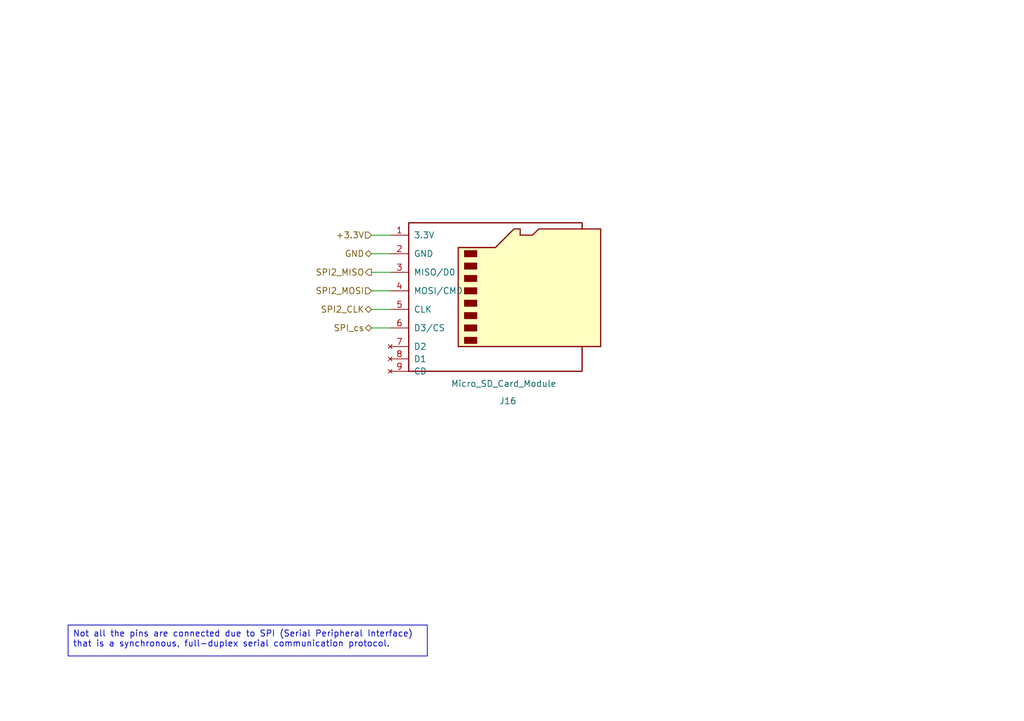
<source format=kicad_sch>
(kicad_sch (version 20231120) (generator "eeschema") (generator_version "8.0")
  (paper "A5")
  (title_block (title "SD card reader") (date "2024-12-28"))
  (lib_symbols
    (symbol "Connector:Micro_SD_Card" (pin_names (offset 1.016))
      (property "Reference" "J16" (at -0.508 -22.606 0))
      (property "Value" "Micro_SD_Card_Module" (at -10.414 -19.05 0))
      (symbol "Micro_SD_Card_0_1"
        (rectangle (start -7.62 -9.525) (end -5.08 -10.795) (fill (type outline)))
        (rectangle (start -7.62 -6.985) (end -5.08 -8.255) (fill (type outline)))
        (rectangle (start -7.62 -4.445) (end -5.08 -5.715) (fill (type outline)))
        (rectangle (start -7.62 -1.905) (end -5.08 -3.175) (fill (type outline)))
        (rectangle (start -7.62 0.635) (end -5.08 -0.635) (fill (type outline)))
        (rectangle (start -7.62 3.175) (end -5.08 1.905) (fill (type outline)))
        (rectangle (start -7.62 5.715) (end -5.08 4.445) (fill (type outline)))
        (rectangle (start -7.62 8.255) (end -5.08 6.985) (fill (type outline)))
        (polyline (pts (xy 16.51 12.7) (xy 16.51 13.97) (xy -19.05 13.97) (xy -19.05 -16.51) (xy 16.51 -16.51) (xy 16.51 -11.43)) (stroke (width 0.254)))
        (polyline (pts (xy -8.89 -11.43) (xy -8.89 8.89) (xy -1.27 8.89) (xy 2.54 12.7) (xy 3.81 12.7) (xy 3.81 11.43) (xy 6.35 11.43) (xy 7.62 12.7) (xy 20.32 12.7) (xy 20.32 -11.43) (xy -8.89 -11.43)) (stroke (width 0.254)) (fill (type background)))
      )
      (symbol "Micro_SD_Card_1_1"
        (pin passive line (at -22.86 11.43 0) (length 3.81) (name "3.3V") (number "1"))
        (pin passive line (at -22.86 7.62 0) (length 3.81) (name "GND") (number "2"))
        (pin passive line (at -22.86 3.81 0) (length 3.81) (name "MISO/D0") (number "3"))
        (pin passive line (at -22.86 0 0) (length 3.81) (name "MOSI/CMD") (number "4"))
        (pin passive line (at -22.86 -3.81 0) (length 3.81) (name "CLK") (number "5"))
        (pin passive line (at -22.86 -7.62 0) (length 3.81) (name "D3/CS") (number "6"))
        (pin no_connect line (at -22.86 -11.43 0) (length 3.81) (name "D2") (number "7"))
        (pin no_connect line (at -22.86 -13.97 0) (length 3.81) (name "D1") (number "8"))
        (pin no_connect line (at -22.86 -16.51 0) (length 3.81) (name "CD") (number "9"))
      )
    )
  )
  (wire (pts (xy 76.2 55.88) (xy 80.01 55.88)))
  (wire (pts (xy 76.2 59.69) (xy 80.01 59.69)))
  (wire (pts (xy 76.2 48.26) (xy 80.01 48.26)))
  (wire (pts (xy 76.2 52.07) (xy 80.01 52.07)))
  (wire (pts (xy 76.2 63.5) (xy 80.01 63.5)))
  (wire (pts (xy 76.2 67.31) (xy 80.01 67.31)))
  (text_box "Not all the pins are connected due to SPI (Serial Peripheral Interface) that is a synchronous, full-duplex serial communication protocol. " (at 13.97 128.27 0) (size 73.66 6.35) (effects (font (size 1.27 1.27)) (justify left top)))
  (hierarchical_label "SPI2_MOSI" (shape input) (at 76.2 59.69 180))
  (hierarchical_label "SPI2_CLK" (shape bidirectional) (at 76.2 63.5 180))
  (hierarchical_label "SPI2_MISO" (shape output) (at 76.2 55.88 180))
  (hierarchical_label "GND" (shape bidirectional) (at 76.2 52.07 180))
  (hierarchical_label "+3.3V" (shape input) (at 76.2 48.26 180))
  (hierarchical_label "SPI_cs" (shape bidirectional) (at 76.2 67.31 180))
  (symbol (lib_id "Connector:Micro_SD_Card") (at 102.87 59.69 0) (unit 1)
    (property "Reference" "J16" (at 102.362 82.296 0) (effects (justify left)))
    (property "Value" "Micro_SD_Card_Module" (at 92.456 78.74 0) (effects (justify left)))
    (property "Footprint" "Library:SC_READER" (effects (hide yes)))
    (property "Description" "Micro SD Card Socket" (effects (hide yes)))
  )
)
</source>
